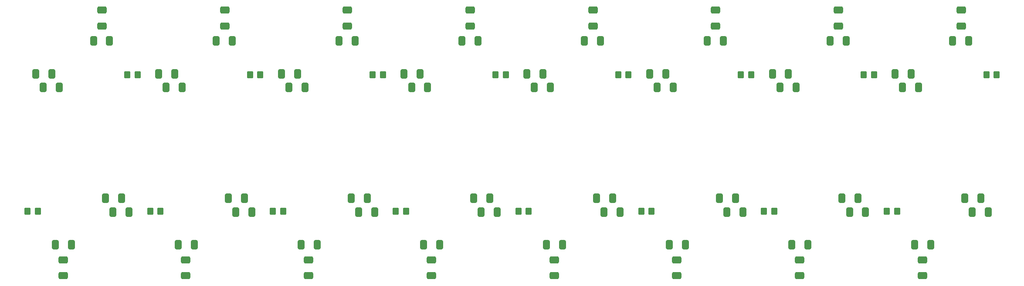
<source format=gbr>
%TF.GenerationSoftware,KiCad,Pcbnew,(6.0.7)*%
%TF.CreationDate,2022-08-12T11:14:58-05:00*%
%TF.ProjectId,SAQ-Readout,5341512d-5265-4616-946f-75742e6b6963,rev?*%
%TF.SameCoordinates,Original*%
%TF.FileFunction,Paste,Bot*%
%TF.FilePolarity,Positive*%
%FSLAX46Y46*%
G04 Gerber Fmt 4.6, Leading zero omitted, Abs format (unit mm)*
G04 Created by KiCad (PCBNEW (6.0.7)) date 2022-08-12 11:14:58*
%MOMM*%
%LPD*%
G01*
G04 APERTURE LIST*
G04 Aperture macros list*
%AMRoundRect*
0 Rectangle with rounded corners*
0 $1 Rounding radius*
0 $2 $3 $4 $5 $6 $7 $8 $9 X,Y pos of 4 corners*
0 Add a 4 corners polygon primitive as box body*
4,1,4,$2,$3,$4,$5,$6,$7,$8,$9,$2,$3,0*
0 Add four circle primitives for the rounded corners*
1,1,$1+$1,$2,$3*
1,1,$1+$1,$4,$5*
1,1,$1+$1,$6,$7*
1,1,$1+$1,$8,$9*
0 Add four rect primitives between the rounded corners*
20,1,$1+$1,$2,$3,$4,$5,0*
20,1,$1+$1,$4,$5,$6,$7,0*
20,1,$1+$1,$6,$7,$8,$9,0*
20,1,$1+$1,$8,$9,$2,$3,0*%
G04 Aperture macros list end*
%ADD10RoundRect,0.250000X0.412500X0.650000X-0.412500X0.650000X-0.412500X-0.650000X0.412500X-0.650000X0*%
%ADD11RoundRect,0.250000X0.650000X-0.412500X0.650000X0.412500X-0.650000X0.412500X-0.650000X-0.412500X0*%
%ADD12RoundRect,0.250000X-0.412500X-0.650000X0.412500X-0.650000X0.412500X0.650000X-0.412500X0.650000X0*%
%ADD13RoundRect,0.250000X-0.350000X-0.450000X0.350000X-0.450000X0.350000X0.450000X-0.350000X0.450000X0*%
%ADD14RoundRect,0.250000X0.350000X0.450000X-0.350000X0.450000X-0.350000X-0.450000X0.350000X-0.450000X0*%
%ADD15RoundRect,0.250000X-0.650000X0.412500X-0.650000X-0.412500X0.650000X-0.412500X0.650000X0.412500X0*%
G04 APERTURE END LIST*
D10*
%TO.C,C3*%
X108297229Y-72093667D03*
X105172229Y-72093667D03*
%TD*%
%TO.C,C3*%
X227551109Y-72093667D03*
X224426109Y-72093667D03*
%TD*%
D11*
%TO.C,C5*%
X92700653Y-60117967D03*
X92700653Y-56992967D03*
%TD*%
D10*
%TO.C,C2*%
X130700205Y-69426667D03*
X127575205Y-69426667D03*
%TD*%
D12*
%TO.C,C4*%
X107522209Y-102726067D03*
X110647209Y-102726067D03*
%TD*%
D10*
%TO.C,C2*%
X202252533Y-69426667D03*
X199127533Y-69426667D03*
%TD*%
D12*
%TO.C,C3*%
X69561157Y-93658267D03*
X72686157Y-93658267D03*
%TD*%
%TO.C,C2*%
X166412061Y-96325267D03*
X169537061Y-96325267D03*
%TD*%
%TO.C,C3*%
X188815037Y-93658267D03*
X191940037Y-93658267D03*
%TD*%
D10*
%TO.C,C2*%
X59147877Y-69426667D03*
X56022877Y-69426667D03*
%TD*%
D12*
%TO.C,C2*%
X237964389Y-96325267D03*
X241089389Y-96325267D03*
%TD*%
D13*
%TO.C,R6*%
X149791861Y-96147467D03*
X151791861Y-96147467D03*
%TD*%
D11*
%TO.C,C5*%
X188103757Y-60117967D03*
X188103757Y-56992967D03*
%TD*%
D12*
%TO.C,C3*%
X212665813Y-93658267D03*
X215790813Y-93658267D03*
%TD*%
D10*
%TO.C,C4*%
X141888505Y-63025867D03*
X138763505Y-63025867D03*
%TD*%
D14*
%TO.C,R6*%
X99618853Y-69604467D03*
X97618853Y-69604467D03*
%TD*%
D10*
%TO.C,C3*%
X179849557Y-72093667D03*
X176724557Y-72093667D03*
%TD*%
D14*
%TO.C,R6*%
X123469629Y-69604467D03*
X121469629Y-69604467D03*
%TD*%
%TO.C,R6*%
X147320405Y-69604467D03*
X145320405Y-69604467D03*
%TD*%
D12*
%TO.C,C2*%
X71008957Y-96325267D03*
X74133957Y-96325267D03*
%TD*%
%TO.C,C3*%
X141113485Y-93658267D03*
X144238485Y-93658267D03*
%TD*%
%TO.C,C2*%
X214113613Y-96325267D03*
X217238613Y-96325267D03*
%TD*%
D10*
%TO.C,C4*%
X70336177Y-63025867D03*
X67211177Y-63025867D03*
%TD*%
D13*
%TO.C,R6*%
X54388757Y-96147467D03*
X56388757Y-96147467D03*
%TD*%
D10*
%TO.C,C3*%
X60595677Y-72093667D03*
X57470677Y-72093667D03*
%TD*%
D12*
%TO.C,C4*%
X59820657Y-102726067D03*
X62945657Y-102726067D03*
%TD*%
D10*
%TO.C,C2*%
X178401757Y-69426667D03*
X175276757Y-69426667D03*
%TD*%
%TO.C,C4*%
X189590057Y-63025867D03*
X186465057Y-63025867D03*
%TD*%
D15*
%TO.C,C5*%
X228262389Y-105633967D03*
X228262389Y-108758967D03*
%TD*%
D14*
%TO.C,R6*%
X195021957Y-69604467D03*
X193021957Y-69604467D03*
%TD*%
D11*
%TO.C,C5*%
X140402205Y-60117967D03*
X140402205Y-56992967D03*
%TD*%
D12*
%TO.C,C2*%
X142561285Y-96325267D03*
X145686285Y-96325267D03*
%TD*%
D10*
%TO.C,C4*%
X165739281Y-63025867D03*
X162614281Y-63025867D03*
%TD*%
D12*
%TO.C,C3*%
X236516589Y-93658267D03*
X239641589Y-93658267D03*
%TD*%
D13*
%TO.C,R6*%
X197493413Y-96147467D03*
X199493413Y-96147467D03*
%TD*%
D12*
%TO.C,C2*%
X118710509Y-96325267D03*
X121835509Y-96325267D03*
%TD*%
D10*
%TO.C,C3*%
X132148005Y-72093667D03*
X129023005Y-72093667D03*
%TD*%
D11*
%TO.C,C5*%
X68849877Y-60117967D03*
X68849877Y-56992967D03*
%TD*%
D10*
%TO.C,C4*%
X118037729Y-63025867D03*
X114912729Y-63025867D03*
%TD*%
D15*
%TO.C,C5*%
X156710061Y-105633967D03*
X156710061Y-108758967D03*
%TD*%
D12*
%TO.C,C4*%
X155223761Y-102726067D03*
X158348761Y-102726067D03*
%TD*%
D13*
%TO.C,R6*%
X173642637Y-96147467D03*
X175642637Y-96147467D03*
%TD*%
D12*
%TO.C,C4*%
X131372985Y-102726067D03*
X134497985Y-102726067D03*
%TD*%
%TO.C,C2*%
X94859733Y-96325267D03*
X97984733Y-96325267D03*
%TD*%
D10*
%TO.C,C3*%
X84446453Y-72093667D03*
X81321453Y-72093667D03*
%TD*%
%TO.C,C2*%
X154550981Y-69426667D03*
X151425981Y-69426667D03*
%TD*%
D11*
%TO.C,C5*%
X211954533Y-60117967D03*
X211954533Y-56992967D03*
%TD*%
D10*
%TO.C,C2*%
X226103309Y-69426667D03*
X222978309Y-69426667D03*
%TD*%
D13*
%TO.C,R6*%
X221344189Y-96147467D03*
X223344189Y-96147467D03*
%TD*%
D15*
%TO.C,C5*%
X61306957Y-105633967D03*
X61306957Y-108758967D03*
%TD*%
D14*
%TO.C,R6*%
X75768077Y-69604467D03*
X73768077Y-69604467D03*
%TD*%
D12*
%TO.C,C2*%
X190262837Y-96325267D03*
X193387837Y-96325267D03*
%TD*%
D14*
%TO.C,R6*%
X171171181Y-69604467D03*
X169171181Y-69604467D03*
%TD*%
D13*
%TO.C,R6*%
X125941085Y-96147467D03*
X127941085Y-96147467D03*
%TD*%
D15*
%TO.C,C5*%
X204411613Y-105633967D03*
X204411613Y-108758967D03*
%TD*%
D12*
%TO.C,C3*%
X164964261Y-93658267D03*
X168089261Y-93658267D03*
%TD*%
D13*
%TO.C,R6*%
X78239533Y-96147467D03*
X80239533Y-96147467D03*
%TD*%
D11*
%TO.C,C5*%
X116551429Y-60117967D03*
X116551429Y-56992967D03*
%TD*%
D15*
%TO.C,C5*%
X85157733Y-105633967D03*
X85157733Y-108758967D03*
%TD*%
D10*
%TO.C,C4*%
X213440833Y-63025867D03*
X210315833Y-63025867D03*
%TD*%
%TO.C,C4*%
X94186953Y-63025867D03*
X91061953Y-63025867D03*
%TD*%
%TO.C,C2*%
X106849429Y-69426667D03*
X103724429Y-69426667D03*
%TD*%
D13*
%TO.C,R6*%
X102090309Y-96147467D03*
X104090309Y-96147467D03*
%TD*%
D12*
%TO.C,C4*%
X226776089Y-102726067D03*
X229901089Y-102726067D03*
%TD*%
D15*
%TO.C,C5*%
X109008509Y-105633967D03*
X109008509Y-108758967D03*
%TD*%
D11*
%TO.C,C5*%
X235805309Y-60117967D03*
X235805309Y-56992967D03*
%TD*%
D12*
%TO.C,C4*%
X202925313Y-102726067D03*
X206050313Y-102726067D03*
%TD*%
%TO.C,C3*%
X117262709Y-93658267D03*
X120387709Y-93658267D03*
%TD*%
D15*
%TO.C,C5*%
X132859285Y-105633967D03*
X132859285Y-108758967D03*
%TD*%
D12*
%TO.C,C4*%
X179074537Y-102726067D03*
X182199537Y-102726067D03*
%TD*%
D10*
%TO.C,C4*%
X237291609Y-63025867D03*
X234166609Y-63025867D03*
%TD*%
%TO.C,C3*%
X155998781Y-72093667D03*
X152873781Y-72093667D03*
%TD*%
%TO.C,C2*%
X82998653Y-69426667D03*
X79873653Y-69426667D03*
%TD*%
D12*
%TO.C,C4*%
X83671433Y-102726067D03*
X86796433Y-102726067D03*
%TD*%
D14*
%TO.C,R6*%
X242723509Y-69604467D03*
X240723509Y-69604467D03*
%TD*%
D12*
%TO.C,C3*%
X93411933Y-93658267D03*
X96536933Y-93658267D03*
%TD*%
D14*
%TO.C,R6*%
X218872733Y-69604467D03*
X216872733Y-69604467D03*
%TD*%
D10*
%TO.C,C3*%
X203700333Y-72093667D03*
X200575333Y-72093667D03*
%TD*%
D15*
%TO.C,C5*%
X180560837Y-105633967D03*
X180560837Y-108758967D03*
%TD*%
D11*
%TO.C,C5*%
X164252981Y-60117967D03*
X164252981Y-56992967D03*
%TD*%
M02*

</source>
